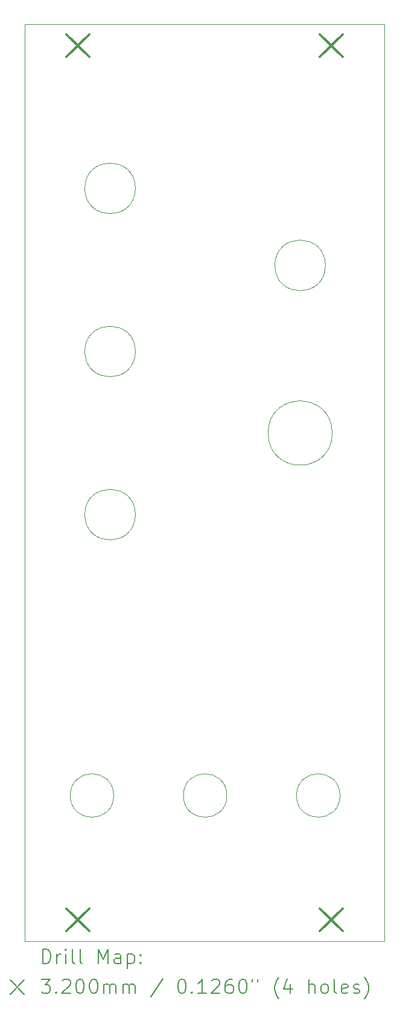
<source format=gbr>
%FSLAX45Y45*%
G04 Gerber Fmt 4.5, Leading zero omitted, Abs format (unit mm)*
G04 Created by KiCad (PCBNEW 6.0.5+dfsg-1~bpo11+1) date 2022-10-14 00:14:09*
%MOMM*%
%LPD*%
G01*
G04 APERTURE LIST*
%TA.AperFunction,Profile*%
%ADD10C,0.050000*%
%TD*%
%ADD11C,0.200000*%
%ADD12C,0.320000*%
G04 APERTURE END LIST*
D10*
X14719500Y-13779500D02*
G75*
G03*
X14719500Y-13779500I-305000J0D01*
G01*
X16307000Y-13779500D02*
G75*
G03*
X16307000Y-13779500I-305000J0D01*
G01*
X11880500Y-2970500D02*
X11880500Y-15820500D01*
X16930500Y-2970500D02*
X16930500Y-15820500D01*
X13436000Y-7556500D02*
G75*
G03*
X13436000Y-7556500I-355000J0D01*
G01*
X16198000Y-8699500D02*
G75*
G03*
X16198000Y-8699500I-450000J0D01*
G01*
X16103000Y-6350000D02*
G75*
G03*
X16103000Y-6350000I-355000J0D01*
G01*
X13436000Y-9842500D02*
G75*
G03*
X13436000Y-9842500I-355000J0D01*
G01*
X13132000Y-13779500D02*
G75*
G03*
X13132000Y-13779500I-305000J0D01*
G01*
X11880500Y-2970500D02*
X16930500Y-2970500D01*
X13436000Y-5270500D02*
G75*
G03*
X13436000Y-5270500I-355000J0D01*
G01*
X11880500Y-15820500D02*
X16930500Y-15820500D01*
D11*
D12*
X12470500Y-3110500D02*
X12790500Y-3430500D01*
X12790500Y-3110500D02*
X12470500Y-3430500D01*
X12470500Y-15360500D02*
X12790500Y-15680500D01*
X12790500Y-15360500D02*
X12470500Y-15680500D01*
X16026500Y-3110500D02*
X16346500Y-3430500D01*
X16346500Y-3110500D02*
X16026500Y-3430500D01*
X16026500Y-15360500D02*
X16346500Y-15680500D01*
X16346500Y-15360500D02*
X16026500Y-15680500D01*
D11*
X12135619Y-16133476D02*
X12135619Y-15933476D01*
X12183238Y-15933476D01*
X12211809Y-15943000D01*
X12230857Y-15962048D01*
X12240381Y-15981095D01*
X12249905Y-16019190D01*
X12249905Y-16047762D01*
X12240381Y-16085857D01*
X12230857Y-16104905D01*
X12211809Y-16123952D01*
X12183238Y-16133476D01*
X12135619Y-16133476D01*
X12335619Y-16133476D02*
X12335619Y-16000143D01*
X12335619Y-16038238D02*
X12345143Y-16019190D01*
X12354667Y-16009667D01*
X12373714Y-16000143D01*
X12392762Y-16000143D01*
X12459428Y-16133476D02*
X12459428Y-16000143D01*
X12459428Y-15933476D02*
X12449905Y-15943000D01*
X12459428Y-15952524D01*
X12468952Y-15943000D01*
X12459428Y-15933476D01*
X12459428Y-15952524D01*
X12583238Y-16133476D02*
X12564190Y-16123952D01*
X12554667Y-16104905D01*
X12554667Y-15933476D01*
X12688000Y-16133476D02*
X12668952Y-16123952D01*
X12659428Y-16104905D01*
X12659428Y-15933476D01*
X12916571Y-16133476D02*
X12916571Y-15933476D01*
X12983238Y-16076333D01*
X13049905Y-15933476D01*
X13049905Y-16133476D01*
X13230857Y-16133476D02*
X13230857Y-16028714D01*
X13221333Y-16009667D01*
X13202286Y-16000143D01*
X13164190Y-16000143D01*
X13145143Y-16009667D01*
X13230857Y-16123952D02*
X13211809Y-16133476D01*
X13164190Y-16133476D01*
X13145143Y-16123952D01*
X13135619Y-16104905D01*
X13135619Y-16085857D01*
X13145143Y-16066809D01*
X13164190Y-16057286D01*
X13211809Y-16057286D01*
X13230857Y-16047762D01*
X13326095Y-16000143D02*
X13326095Y-16200143D01*
X13326095Y-16009667D02*
X13345143Y-16000143D01*
X13383238Y-16000143D01*
X13402286Y-16009667D01*
X13411809Y-16019190D01*
X13421333Y-16038238D01*
X13421333Y-16095381D01*
X13411809Y-16114428D01*
X13402286Y-16123952D01*
X13383238Y-16133476D01*
X13345143Y-16133476D01*
X13326095Y-16123952D01*
X13507048Y-16114428D02*
X13516571Y-16123952D01*
X13507048Y-16133476D01*
X13497524Y-16123952D01*
X13507048Y-16114428D01*
X13507048Y-16133476D01*
X13507048Y-16009667D02*
X13516571Y-16019190D01*
X13507048Y-16028714D01*
X13497524Y-16019190D01*
X13507048Y-16009667D01*
X13507048Y-16028714D01*
X11678000Y-16363000D02*
X11878000Y-16563000D01*
X11878000Y-16363000D02*
X11678000Y-16563000D01*
X12116571Y-16353476D02*
X12240381Y-16353476D01*
X12173714Y-16429667D01*
X12202286Y-16429667D01*
X12221333Y-16439190D01*
X12230857Y-16448714D01*
X12240381Y-16467762D01*
X12240381Y-16515381D01*
X12230857Y-16534428D01*
X12221333Y-16543952D01*
X12202286Y-16553476D01*
X12145143Y-16553476D01*
X12126095Y-16543952D01*
X12116571Y-16534428D01*
X12326095Y-16534428D02*
X12335619Y-16543952D01*
X12326095Y-16553476D01*
X12316571Y-16543952D01*
X12326095Y-16534428D01*
X12326095Y-16553476D01*
X12411809Y-16372524D02*
X12421333Y-16363000D01*
X12440381Y-16353476D01*
X12488000Y-16353476D01*
X12507048Y-16363000D01*
X12516571Y-16372524D01*
X12526095Y-16391571D01*
X12526095Y-16410619D01*
X12516571Y-16439190D01*
X12402286Y-16553476D01*
X12526095Y-16553476D01*
X12649905Y-16353476D02*
X12668952Y-16353476D01*
X12688000Y-16363000D01*
X12697524Y-16372524D01*
X12707048Y-16391571D01*
X12716571Y-16429667D01*
X12716571Y-16477286D01*
X12707048Y-16515381D01*
X12697524Y-16534428D01*
X12688000Y-16543952D01*
X12668952Y-16553476D01*
X12649905Y-16553476D01*
X12630857Y-16543952D01*
X12621333Y-16534428D01*
X12611809Y-16515381D01*
X12602286Y-16477286D01*
X12602286Y-16429667D01*
X12611809Y-16391571D01*
X12621333Y-16372524D01*
X12630857Y-16363000D01*
X12649905Y-16353476D01*
X12840381Y-16353476D02*
X12859428Y-16353476D01*
X12878476Y-16363000D01*
X12888000Y-16372524D01*
X12897524Y-16391571D01*
X12907048Y-16429667D01*
X12907048Y-16477286D01*
X12897524Y-16515381D01*
X12888000Y-16534428D01*
X12878476Y-16543952D01*
X12859428Y-16553476D01*
X12840381Y-16553476D01*
X12821333Y-16543952D01*
X12811809Y-16534428D01*
X12802286Y-16515381D01*
X12792762Y-16477286D01*
X12792762Y-16429667D01*
X12802286Y-16391571D01*
X12811809Y-16372524D01*
X12821333Y-16363000D01*
X12840381Y-16353476D01*
X12992762Y-16553476D02*
X12992762Y-16420143D01*
X12992762Y-16439190D02*
X13002286Y-16429667D01*
X13021333Y-16420143D01*
X13049905Y-16420143D01*
X13068952Y-16429667D01*
X13078476Y-16448714D01*
X13078476Y-16553476D01*
X13078476Y-16448714D02*
X13088000Y-16429667D01*
X13107048Y-16420143D01*
X13135619Y-16420143D01*
X13154667Y-16429667D01*
X13164190Y-16448714D01*
X13164190Y-16553476D01*
X13259428Y-16553476D02*
X13259428Y-16420143D01*
X13259428Y-16439190D02*
X13268952Y-16429667D01*
X13288000Y-16420143D01*
X13316571Y-16420143D01*
X13335619Y-16429667D01*
X13345143Y-16448714D01*
X13345143Y-16553476D01*
X13345143Y-16448714D02*
X13354667Y-16429667D01*
X13373714Y-16420143D01*
X13402286Y-16420143D01*
X13421333Y-16429667D01*
X13430857Y-16448714D01*
X13430857Y-16553476D01*
X13821333Y-16343952D02*
X13649905Y-16601095D01*
X14078476Y-16353476D02*
X14097524Y-16353476D01*
X14116571Y-16363000D01*
X14126095Y-16372524D01*
X14135619Y-16391571D01*
X14145143Y-16429667D01*
X14145143Y-16477286D01*
X14135619Y-16515381D01*
X14126095Y-16534428D01*
X14116571Y-16543952D01*
X14097524Y-16553476D01*
X14078476Y-16553476D01*
X14059428Y-16543952D01*
X14049905Y-16534428D01*
X14040381Y-16515381D01*
X14030857Y-16477286D01*
X14030857Y-16429667D01*
X14040381Y-16391571D01*
X14049905Y-16372524D01*
X14059428Y-16363000D01*
X14078476Y-16353476D01*
X14230857Y-16534428D02*
X14240381Y-16543952D01*
X14230857Y-16553476D01*
X14221333Y-16543952D01*
X14230857Y-16534428D01*
X14230857Y-16553476D01*
X14430857Y-16553476D02*
X14316571Y-16553476D01*
X14373714Y-16553476D02*
X14373714Y-16353476D01*
X14354667Y-16382048D01*
X14335619Y-16401095D01*
X14316571Y-16410619D01*
X14507048Y-16372524D02*
X14516571Y-16363000D01*
X14535619Y-16353476D01*
X14583238Y-16353476D01*
X14602286Y-16363000D01*
X14611809Y-16372524D01*
X14621333Y-16391571D01*
X14621333Y-16410619D01*
X14611809Y-16439190D01*
X14497524Y-16553476D01*
X14621333Y-16553476D01*
X14792762Y-16353476D02*
X14754667Y-16353476D01*
X14735619Y-16363000D01*
X14726095Y-16372524D01*
X14707048Y-16401095D01*
X14697524Y-16439190D01*
X14697524Y-16515381D01*
X14707048Y-16534428D01*
X14716571Y-16543952D01*
X14735619Y-16553476D01*
X14773714Y-16553476D01*
X14792762Y-16543952D01*
X14802286Y-16534428D01*
X14811809Y-16515381D01*
X14811809Y-16467762D01*
X14802286Y-16448714D01*
X14792762Y-16439190D01*
X14773714Y-16429667D01*
X14735619Y-16429667D01*
X14716571Y-16439190D01*
X14707048Y-16448714D01*
X14697524Y-16467762D01*
X14935619Y-16353476D02*
X14954667Y-16353476D01*
X14973714Y-16363000D01*
X14983238Y-16372524D01*
X14992762Y-16391571D01*
X15002286Y-16429667D01*
X15002286Y-16477286D01*
X14992762Y-16515381D01*
X14983238Y-16534428D01*
X14973714Y-16543952D01*
X14954667Y-16553476D01*
X14935619Y-16553476D01*
X14916571Y-16543952D01*
X14907048Y-16534428D01*
X14897524Y-16515381D01*
X14888000Y-16477286D01*
X14888000Y-16429667D01*
X14897524Y-16391571D01*
X14907048Y-16372524D01*
X14916571Y-16363000D01*
X14935619Y-16353476D01*
X15078476Y-16353476D02*
X15078476Y-16391571D01*
X15154667Y-16353476D02*
X15154667Y-16391571D01*
X15449905Y-16629667D02*
X15440381Y-16620143D01*
X15421333Y-16591571D01*
X15411809Y-16572524D01*
X15402286Y-16543952D01*
X15392762Y-16496333D01*
X15392762Y-16458238D01*
X15402286Y-16410619D01*
X15411809Y-16382048D01*
X15421333Y-16363000D01*
X15440381Y-16334428D01*
X15449905Y-16324905D01*
X15611809Y-16420143D02*
X15611809Y-16553476D01*
X15564190Y-16343952D02*
X15516571Y-16486809D01*
X15640381Y-16486809D01*
X15868952Y-16553476D02*
X15868952Y-16353476D01*
X15954667Y-16553476D02*
X15954667Y-16448714D01*
X15945143Y-16429667D01*
X15926095Y-16420143D01*
X15897524Y-16420143D01*
X15878476Y-16429667D01*
X15868952Y-16439190D01*
X16078476Y-16553476D02*
X16059428Y-16543952D01*
X16049905Y-16534428D01*
X16040381Y-16515381D01*
X16040381Y-16458238D01*
X16049905Y-16439190D01*
X16059428Y-16429667D01*
X16078476Y-16420143D01*
X16107048Y-16420143D01*
X16126095Y-16429667D01*
X16135619Y-16439190D01*
X16145143Y-16458238D01*
X16145143Y-16515381D01*
X16135619Y-16534428D01*
X16126095Y-16543952D01*
X16107048Y-16553476D01*
X16078476Y-16553476D01*
X16259428Y-16553476D02*
X16240381Y-16543952D01*
X16230857Y-16524905D01*
X16230857Y-16353476D01*
X16411809Y-16543952D02*
X16392762Y-16553476D01*
X16354667Y-16553476D01*
X16335619Y-16543952D01*
X16326095Y-16524905D01*
X16326095Y-16448714D01*
X16335619Y-16429667D01*
X16354667Y-16420143D01*
X16392762Y-16420143D01*
X16411809Y-16429667D01*
X16421333Y-16448714D01*
X16421333Y-16467762D01*
X16326095Y-16486809D01*
X16497524Y-16543952D02*
X16516571Y-16553476D01*
X16554667Y-16553476D01*
X16573714Y-16543952D01*
X16583238Y-16524905D01*
X16583238Y-16515381D01*
X16573714Y-16496333D01*
X16554667Y-16486809D01*
X16526095Y-16486809D01*
X16507048Y-16477286D01*
X16497524Y-16458238D01*
X16497524Y-16448714D01*
X16507048Y-16429667D01*
X16526095Y-16420143D01*
X16554667Y-16420143D01*
X16573714Y-16429667D01*
X16649905Y-16629667D02*
X16659428Y-16620143D01*
X16678476Y-16591571D01*
X16688000Y-16572524D01*
X16697524Y-16543952D01*
X16707048Y-16496333D01*
X16707048Y-16458238D01*
X16697524Y-16410619D01*
X16688000Y-16382048D01*
X16678476Y-16363000D01*
X16659428Y-16334428D01*
X16649905Y-16324905D01*
M02*

</source>
